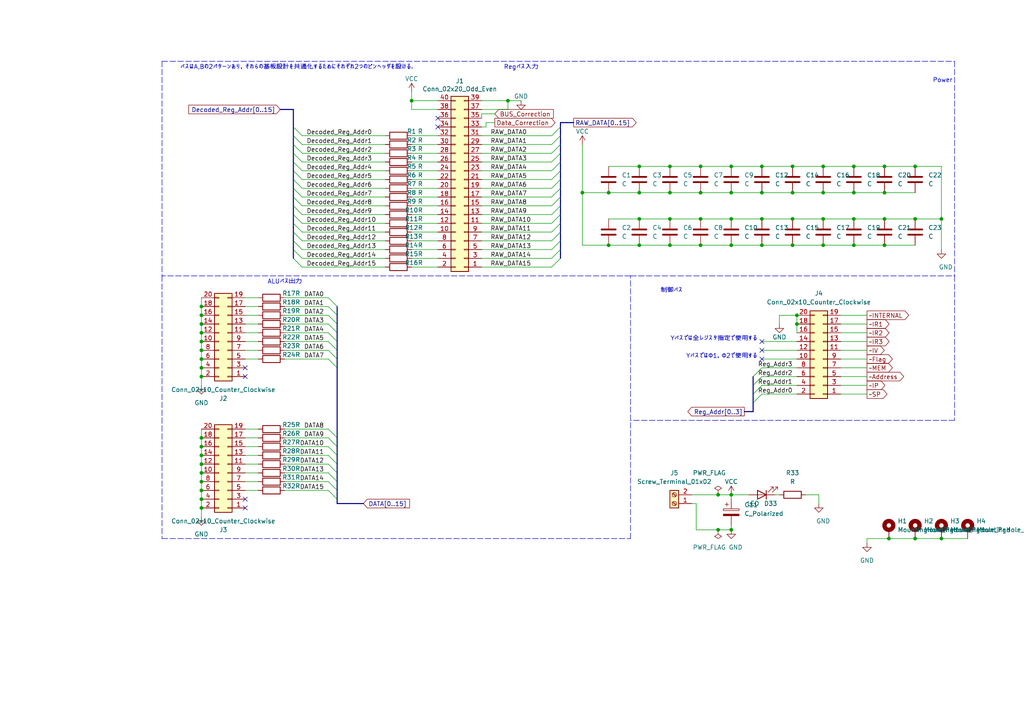
<source format=kicad_sch>
(kicad_sch (version 20211123) (generator eeschema)
  (paper "A4")
  (lib_symbols
    (symbol "Connector:Screw_Terminal_01x02" (pin_names (offset 1.016) hide)
      (property "Reference" "J" (at 0 2.54 0))
      (property "Value" "Screw_Terminal_01x02" (at 0 -5.08 0))
      (symbol "Screw_Terminal_01x02_1_1"
        (pin passive line (at -5.08 0 0) (length 3.81) (name "Pin_1") (number "1"))
        (pin passive line (at -5.08 -2.54 0) (length 3.81) (name "Pin_2") (number "2"))
      )
    )
    (symbol "Connector_Generic:Conn_02x10_Odd_Even" (pin_names (offset 1.016) hide)
      (property "Reference" "J" (at 1.27 12.7 0))
      (property "Value" "Conn_02x10_Odd_Even" (at 1.27 -15.24 0))
      (symbol "Conn_02x10_Odd_Even_1_1"
        (pin passive line (at -5.08 10.16 0) (length 3.81) (name "Pin_1") (number "1"))
        (pin passive line (at 7.62 0 180) (length 3.81) (name "Pin_10") (number "10"))
        (pin passive line (at -5.08 -2.54 0) (length 3.81) (name "Pin_11") (number "11"))
        (pin passive line (at 7.62 -2.54 180) (length 3.81) (name "Pin_12") (number "12"))
        (pin passive line (at -5.08 -5.08 0) (length 3.81) (name "Pin_13") (number "13"))
        (pin passive line (at 7.62 -5.08 180) (length 3.81) (name "Pin_14") (number "14"))
        (pin passive line (at -5.08 -7.62 0) (length 3.81) (name "Pin_15") (number "15"))
        (pin passive line (at 7.62 -7.62 180) (length 3.81) (name "Pin_16") (number "16"))
        (pin passive line (at -5.08 -10.16 0) (length 3.81) (name "Pin_17") (number "17"))
        (pin passive line (at 7.62 -10.16 180) (length 3.81) (name "Pin_18") (number "18"))
        (pin passive line (at -5.08 -12.7 0) (length 3.81) (name "Pin_19") (number "19"))
        (pin passive line (at 7.62 10.16 180) (length 3.81) (name "Pin_2") (number "2"))
        (pin passive line (at 7.62 -12.7 180) (length 3.81) (name "Pin_20") (number "20"))
        (pin passive line (at -5.08 7.62 0) (length 3.81) (name "Pin_3") (number "3"))
        (pin passive line (at 7.62 7.62 180) (length 3.81) (name "Pin_4") (number "4"))
        (pin passive line (at -5.08 5.08 0) (length 3.81) (name "Pin_5") (number "5"))
        (pin passive line (at 7.62 5.08 180) (length 3.81) (name "Pin_6") (number "6"))
        (pin passive line (at -5.08 2.54 0) (length 3.81) (name "Pin_7") (number "7"))
        (pin passive line (at 7.62 2.54 180) (length 3.81) (name "Pin_8") (number "8"))
        (pin passive line (at -5.08 0 0) (length 3.81) (name "Pin_9") (number "9"))
      )
    )
    (symbol "Connector_Generic:Conn_02x20_Odd_Even" (pin_names (offset 1.016) hide)
      (property "Reference" "J" (at 1.27 25.4 0))
      (property "Value" "Conn_02x20_Odd_Even" (at 1.27 -27.94 0))
      (symbol "Conn_02x20_Odd_Even_1_1"
        (pin passive line (at -5.08 22.86 0) (length 3.81) (name "Pin_1") (number "1"))
        (pin passive line (at 7.62 12.7 180) (length 3.81) (name "Pin_10") (number "10"))
        (pin passive line (at -5.08 10.16 0) (length 3.81) (name "Pin_11") (number "11"))
        (pin passive line (at 7.62 10.16 180) (length 3.81) (name "Pin_12") (number "12"))
        (pin passive line (at -5.08 7.62 0) (length 3.81) (name "Pin_13") (number "13"))
        (pin passive line (at 7.62 7.62 180) (length 3.81) (name "Pin_14") (number "14"))
        (pin passive line (at -5.08 5.08 0) (length 3.81) (name "Pin_15") (number "15"))
        (pin passive line (at 7.62 5.08 180) (length 3.81) (name "Pin_16") (number "16"))
        (pin passive line (at -5.08 2.54 0) (length 3.81) (name "Pin_17") (number "17"))
        (pin passive line (at 7.62 2.54 180) (length 3.81) (name "Pin_18") (number "18"))
        (pin passive line (at -5.08 0 0) (length 3.81) (name "Pin_19") (number "19"))
        (pin passive line (at 7.62 22.86 180) (length 3.81) (name "Pin_2") (number "2"))
        (pin passive line (at 7.62 0 180) (length 3.81) (name "Pin_20") (number "20"))
        (pin passive line (at -5.08 -2.54 0) (length 3.81) (name "Pin_21") (number "21"))
        (pin passive line (at 7.62 -2.54 180) (length 3.81) (name "Pin_22") (number "22"))
        (pin passive line (at -5.08 -5.08 0) (length 3.81) (name "Pin_23") (number "23"))
        (pin passive line (at 7.62 -5.08 180) (length 3.81) (name "Pin_24") (number "24"))
        (pin passive line (at -5.08 -7.62 0) (length 3.81) (name "Pin_25") (number "25"))
        (pin passive line (at 7.62 -7.62 180) (length 3.81) (name "Pin_26") (number "26"))
        (pin passive line (at -5.08 -10.16 0) (length 3.81) (name "Pin_27") (number "27"))
        (pin passive line (at 7.62 -10.16 180) (length 3.81) (name "Pin_28") (number "28"))
        (pin passive line (at -5.08 -12.7 0) (length 3.81) (name "Pin_29") (number "29"))
        (pin passive line (at -5.08 20.32 0) (length 3.81) (name "Pin_3") (number "3"))
        (pin passive line (at 7.62 -12.7 180) (length 3.81) (name "Pin_30") (number "30"))
        (pin passive line (at -5.08 -15.24 0) (length 3.81) (name "Pin_31") (number "31"))
        (pin passive line (at 7.62 -15.24 180) (length 3.81) (name "Pin_32") (number "32"))
        (pin passive line (at -5.08 -17.78 0) (length 3.81) (name "Pin_33") (number "33"))
        (pin passive line (at 7.62 -17.78 180) (length 3.81) (name "Pin_34") (number "34"))
        (pin passive line (at -5.08 -20.32 0) (length 3.81) (name "Pin_35") (number "35"))
        (pin passive line (at 7.62 -20.32 180) (length 3.81) (name "Pin_36") (number "36"))
        (pin passive line (at -5.08 -22.86 0) (length 3.81) (name "Pin_37") (number "37"))
        (pin passive line (at 7.62 -22.86 180) (length 3.81) (name "Pin_38") (number "38"))
        (pin passive line (at -5.08 -25.4 0) (length 3.81) (name "Pin_39") (number "39"))
        (pin passive line (at 7.62 20.32 180) (length 3.81) (name "Pin_4") (number "4"))
        (pin passive line (at 7.62 -25.4 180) (length 3.81) (name "Pin_40") (number "40"))
        (pin passive line (at -5.08 17.78 0) (length 3.81) (name "Pin_5") (number "5"))
        (pin passive line (at 7.62 17.78 180) (length 3.81) (name "Pin_6") (number "6"))
        (pin passive line (at -5.08 15.24 0) (length 3.81) (name "Pin_7") (number "7"))
        (pin passive line (at 7.62 15.24 180) (length 3.81) (name "Pin_8") (number "8"))
        (pin passive line (at -5.08 12.7 0) (length 3.81) (name "Pin_9") (number "9"))
      )
    )
    (symbol "Device:C" (pin_numbers hide) (pin_names (offset 0.254))
      (property "Reference" "C" (at 0.635 2.54 0))
      (property "Value" "C" (at 0.635 -2.54 0))
      (symbol "C_1_1"
        (pin passive line (at 0 3.81 270) (length 2.794) (name "~") (number "1"))
        (pin passive line (at 0 -3.81 90) (length 2.794) (name "~") (number "2"))
      )
    )
    (symbol "Device:C_Polarized" (pin_numbers hide) (pin_names (offset 0.254))
      (property "Reference" "C" (at 0.635 2.54 0))
      (property "Value" "C_Polarized" (at 0.635 -2.54 0))
      (symbol "C_Polarized_1_1"
        (pin passive line (at 0 3.81 270) (length 2.794) (name "~") (number "1"))
        (pin passive line (at 0 -3.81 90) (length 2.794) (name "~") (number "2"))
      )
    )
    (symbol "Device:LED" (pin_numbers hide) (pin_names (offset 1.016) hide)
      (property "Reference" "D" (at 0 2.54 0))
      (property "Value" "LED" (at 0 -2.54 0))
      (symbol "LED_1_1"
        (pin passive line (at -3.81 0 0) (length 2.54) (name "K") (number "1"))
        (pin passive line (at 3.81 0 180) (length 2.54) (name "A") (number "2"))
      )
    )
    (symbol "Device:R" (pin_numbers hide) (pin_names (offset 0))
      (property "Reference" "R" (at 2.032 0 90))
      (property "Value" "R" (at 0 0 90))
      (symbol "R_1_1"
        (pin passive line (at 0 3.81 270) (length 1.27) (name "~") (number "1"))
        (pin passive line (at 0 -3.81 90) (length 1.27) (name "~") (number "2"))
      )
    )
    (symbol "Mechanical:MountingHole_Pad" (pin_numbers hide) (pin_names (offset 1.016) hide)
      (property "Reference" "H" (at 0 6.35 0))
      (property "Value" "MountingHole_Pad" (at 0 4.445 0))
      (symbol "MountingHole_Pad_1_1"
        (pin input line (at 0 -2.54 90) (length 2.54) (name "1") (number "1"))
      )
    )
    (symbol "power:GND" (power) (pin_names (offset 0))
      (property "Value" "GND" (at 0 -3.81 0))
      (symbol "GND_1_1"
        (pin power_in line (at 0 0 270) (length 0) hide (name "GND") (number "1"))
      )
    )
    (symbol "power:PWR_FLAG" (power) (pin_numbers hide) (pin_names (offset 0) hide)
      (property "Value" "PWR_FLAG" (at 0 3.81 0))
      (symbol "PWR_FLAG_0_0"
        (pin power_out line (at 0 0 90) (length 0) (name "pwr") (number "1"))
      )
    )
    (symbol "power:VCC" (power) (pin_names (offset 0))
      (property "Value" "VCC" (at 0 3.81 0))
      (symbol "VCC_1_1"
        (pin power_in line (at 0 0 90) (length 0) hide (name "VCC") (number "1"))
      )
    )
  )
  (junction (at 58.42 106.68))
  (junction (at 229.87 55.88))
  (junction (at 247.65 63.5))
  (junction (at 208.28 153.67))
  (junction (at 257.81 156.21))
  (junction (at 208.28 143.51))
  (junction (at 265.43 63.5))
  (junction (at 229.87 63.5))
  (junction (at 203.2 63.5))
  (junction (at 247.65 48.26))
  (junction (at 58.42 99.06))
  (junction (at 58.42 101.6))
  (junction (at 220.98 63.5))
  (junction (at 58.42 144.78))
  (junction (at 194.31 48.26))
  (junction (at 58.42 139.7))
  (junction (at 238.76 48.26))
  (junction (at 58.42 127))
  (junction (at 220.98 48.26))
  (junction (at 194.31 63.5))
  (junction (at 238.76 55.88))
  (junction (at 273.05 63.5))
  (junction (at 231.14 93.98))
  (junction (at 185.42 71.12))
  (junction (at 119.38 29.21))
  (junction (at 185.42 63.5))
  (junction (at 256.54 71.12))
  (junction (at 58.42 88.9))
  (junction (at 58.42 91.44))
  (junction (at 212.09 71.12))
  (junction (at 58.42 147.32))
  (junction (at 58.42 132.08))
  (junction (at 265.43 48.26))
  (junction (at 212.09 143.51))
  (junction (at 273.05 156.21))
  (junction (at 212.09 63.5))
  (junction (at 203.2 71.12))
  (junction (at 238.76 63.5))
  (junction (at 212.09 55.88))
  (junction (at 185.42 48.26))
  (junction (at 212.09 48.26))
  (junction (at 185.42 55.88))
  (junction (at 220.98 71.12))
  (junction (at 58.42 109.22))
  (junction (at 203.2 48.26))
  (junction (at 176.53 71.12))
  (junction (at 229.87 48.26))
  (junction (at 168.91 55.88))
  (junction (at 256.54 63.5))
  (junction (at 212.09 153.67))
  (junction (at 147.32 29.21))
  (junction (at 58.42 104.14))
  (junction (at 58.42 134.62))
  (junction (at 194.31 55.88))
  (junction (at 229.87 71.12))
  (junction (at 203.2 55.88))
  (junction (at 58.42 129.54))
  (junction (at 58.42 142.24))
  (junction (at 220.98 55.88))
  (junction (at 176.53 55.88))
  (junction (at 231.14 91.44))
  (junction (at 58.42 93.98))
  (junction (at 256.54 55.88))
  (junction (at 238.76 71.12))
  (junction (at 256.54 48.26))
  (junction (at 194.31 71.12))
  (junction (at 247.65 71.12))
  (junction (at 58.42 96.52))
  (junction (at 58.42 137.16))
  (junction (at 265.43 156.21))
  (junction (at 247.65 55.88))
  (no_connect (at 71.12 147.32))
  (no_connect (at 71.12 106.68))
  (no_connect (at 71.12 109.22))
  (no_connect (at 220.98 101.6))
  (no_connect (at 220.98 104.14))
  (no_connect (at 71.12 144.78))
  (no_connect (at 127 36.83))
  (no_connect (at 127 34.29))
  (no_connect (at 220.98 99.06))
  (bus_entry (at 162.56 46.99) (size -2.54 2.54))
  (bus_entry (at 85.09 74.93) (size 2.54 2.54))
  (bus_entry (at 85.09 69.85) (size 2.54 2.54))
  (bus_entry (at 95.25 134.62) (size 2.54 2.54))
  (bus_entry (at 95.25 142.24) (size 2.54 2.54))
  (bus_entry (at 162.56 41.91) (size -2.54 2.54))
  (bus_entry (at 162.56 62.23) (size -2.54 2.54))
  (bus_entry (at 85.09 41.91) (size 2.54 2.54))
  (bus_entry (at 162.56 69.85) (size -2.54 2.54))
  (bus_entry (at 95.25 96.52) (size 2.54 2.54))
  (bus_entry (at 95.25 99.06) (size 2.54 2.54))
  (bus_entry (at 95.25 101.6) (size 2.54 2.54))
  (bus_entry (at 95.25 104.14) (size 2.54 2.54))
  (bus_entry (at 95.25 86.36) (size 2.54 2.54))
  (bus_entry (at 95.25 88.9) (size 2.54 2.54))
  (bus_entry (at 95.25 91.44) (size 2.54 2.54))
  (bus_entry (at 95.25 93.98) (size 2.54 2.54))
  (bus_entry (at 162.56 44.45) (size -2.54 2.54))
  (bus_entry (at 85.09 36.83) (size 2.54 2.54))
  (bus_entry (at 85.09 59.69) (size 2.54 2.54))
  (bus_entry (at 85.09 54.61) (size 2.54 2.54))
  (bus_entry (at 162.56 54.61) (size -2.54 2.54))
  (bus_entry (at 85.09 64.77) (size 2.54 2.54))
  (bus_entry (at 85.09 62.23) (size 2.54 2.54))
  (bus_entry (at 85.09 49.53) (size 2.54 2.54))
  (bus_entry (at 162.56 64.77) (size -2.54 2.54))
  (bus_entry (at 95.25 127) (size 2.54 2.54))
  (bus_entry (at 85.09 46.99) (size 2.54 2.54))
  (bus_entry (at 218.44 116.84) (size 2.54 -2.54))
  (bus_entry (at 218.44 114.3) (size 2.54 -2.54))
  (bus_entry (at 218.44 109.22) (size 2.54 -2.54))
  (bus_entry (at 218.44 111.76) (size 2.54 -2.54))
  (bus_entry (at 85.09 57.15) (size 2.54 2.54))
  (bus_entry (at 95.25 132.08) (size 2.54 2.54))
  (bus_entry (at 95.25 139.7) (size 2.54 2.54))
  (bus_entry (at 162.56 67.31) (size -2.54 2.54))
  (bus_entry (at 162.56 57.15) (size -2.54 2.54))
  (bus_entry (at 95.25 137.16) (size 2.54 2.54))
  (bus_entry (at 85.09 67.31) (size 2.54 2.54))
  (bus_entry (at 85.09 52.07) (size 2.54 2.54))
  (bus_entry (at 85.09 39.37) (size 2.54 2.54))
  (bus_entry (at 95.25 129.54) (size 2.54 2.54))
  (bus_entry (at 162.56 72.39) (size -2.54 2.54))
  (bus_entry (at 85.09 72.39) (size 2.54 2.54))
  (bus_entry (at 85.09 44.45) (size 2.54 2.54))
  (bus_entry (at 95.25 124.46) (size 2.54 2.54))
  (bus_entry (at 162.56 74.93) (size -2.54 2.54))
  (bus_entry (at 162.56 49.53) (size -2.54 2.54))
  (bus_entry (at 162.56 39.37) (size -2.54 2.54))
  (bus_entry (at 162.56 52.07) (size -2.54 2.54))
  (bus_entry (at 162.56 36.83) (size -2.54 2.54))
  (bus_entry (at 162.56 59.69) (size -2.54 2.54))
  (wire (pts (xy 168.91 71.12) (xy 176.53 71.12)))
  (polyline (pts (xy 182.88 80.01) (xy 46.99 80.01)))
  (wire (pts (xy 247.65 63.5) (xy 238.76 63.5)))
  (wire (pts (xy 265.43 48.26) (xy 273.05 48.26)))
  (wire (pts (xy 127 31.75) (xy 119.38 31.75)))
  (wire (pts (xy 58.42 106.68) (xy 58.42 109.22)))
  (bus (pts (xy 162.56 41.91) (xy 162.56 44.45)))
  (wire (pts (xy 194.31 71.12) (xy 203.2 71.12)))
  (wire (pts (xy 256.54 55.88) (xy 247.65 55.88)))
  (bus (pts (xy 166.37 35.56) (xy 162.56 35.56)))
  (bus (pts (xy 97.79 127) (xy 97.79 129.54)))
  (wire (pts (xy 220.98 111.76) (xy 231.14 111.76)))
  (wire (pts (xy 82.55 104.14) (xy 95.25 104.14)))
  (wire (pts (xy 119.38 59.69) (xy 127 59.69)))
  (wire (pts (xy 82.55 142.24) (xy 95.25 142.24)))
  (wire (pts (xy 185.42 48.26) (xy 194.31 48.26)))
  (wire (pts (xy 139.7 33.02) (xy 139.7 34.29)))
  (wire (pts (xy 147.32 29.21) (xy 147.32 31.75)))
  (bus (pts (xy 97.79 104.14) (xy 97.79 106.68)))
  (wire (pts (xy 220.98 63.5) (xy 212.09 63.5)))
  (wire (pts (xy 139.7 69.85) (xy 160.02 69.85)))
  (bus (pts (xy 162.56 72.39) (xy 162.56 74.93)))
  (wire (pts (xy 220.98 106.68) (xy 231.14 106.68)))
  (wire (pts (xy 226.06 91.44) (xy 226.06 93.98)))
  (wire (pts (xy 185.42 63.5) (xy 176.53 63.5)))
  (bus (pts (xy 162.56 69.85) (xy 162.56 72.39)))
  (bus (pts (xy 97.79 101.6) (xy 97.79 104.14)))
  (wire (pts (xy 220.98 109.22) (xy 231.14 109.22)))
  (wire (pts (xy 82.55 99.06) (xy 95.25 99.06)))
  (wire (pts (xy 119.38 64.77) (xy 127 64.77)))
  (wire (pts (xy 243.84 114.3) (xy 251.46 114.3)))
  (bus (pts (xy 162.56 44.45) (xy 162.56 46.99)))
  (wire (pts (xy 111.76 69.85) (xy 87.63 69.85)))
  (wire (pts (xy 111.76 77.47) (xy 87.63 77.47)))
  (wire (pts (xy 265.43 156.21) (xy 257.81 156.21)))
  (wire (pts (xy 139.7 36.83) (xy 140.97 36.83)))
  (bus (pts (xy 162.56 64.77) (xy 162.56 67.31)))
  (wire (pts (xy 247.65 55.88) (xy 238.76 55.88)))
  (wire (pts (xy 273.05 63.5) (xy 265.43 63.5)))
  (wire (pts (xy 168.91 41.91) (xy 168.91 55.88)))
  (bus (pts (xy 97.79 134.62) (xy 97.79 137.16)))
  (wire (pts (xy 58.42 101.6) (xy 58.42 104.14)))
  (wire (pts (xy 139.7 74.93) (xy 160.02 74.93)))
  (wire (pts (xy 119.38 57.15) (xy 127 57.15)))
  (wire (pts (xy 220.98 71.12) (xy 229.87 71.12)))
  (wire (pts (xy 220.98 48.26) (xy 229.87 48.26)))
  (wire (pts (xy 58.42 109.22) (xy 58.42 111.76)))
  (wire (pts (xy 212.09 71.12) (xy 220.98 71.12)))
  (bus (pts (xy 97.79 99.06) (xy 97.79 101.6)))
  (wire (pts (xy 111.76 49.53) (xy 87.63 49.53)))
  (bus (pts (xy 97.79 88.9) (xy 97.79 91.44)))
  (wire (pts (xy 194.31 55.88) (xy 185.42 55.88)))
  (wire (pts (xy 147.32 29.21) (xy 139.7 29.21)))
  (bus (pts (xy 162.56 35.56) (xy 162.56 36.83)))
  (bus (pts (xy 85.09 49.53) (xy 85.09 52.07)))
  (wire (pts (xy 212.09 63.5) (xy 203.2 63.5)))
  (bus (pts (xy 85.09 67.31) (xy 85.09 69.85)))
  (wire (pts (xy 256.54 63.5) (xy 247.65 63.5)))
  (polyline (pts (xy 276.86 17.78) (xy 276.86 80.01)))
  (bus (pts (xy 97.79 91.44) (xy 97.79 93.98)))
  (wire (pts (xy 119.38 46.99) (xy 127 46.99)))
  (wire (pts (xy 201.93 146.05) (xy 201.93 153.67)))
  (wire (pts (xy 74.93 127) (xy 71.12 127)))
  (bus (pts (xy 162.56 49.53) (xy 162.56 52.07)))
  (wire (pts (xy 203.2 63.5) (xy 194.31 63.5)))
  (bus (pts (xy 97.79 142.24) (xy 97.79 144.78)))
  (wire (pts (xy 237.49 143.51) (xy 237.49 146.05)))
  (bus (pts (xy 85.09 72.39) (xy 85.09 74.93)))
  (bus (pts (xy 85.09 31.75) (xy 85.09 36.83)))
  (polyline (pts (xy 46.99 17.78) (xy 46.99 80.01)))
  (wire (pts (xy 111.76 46.99) (xy 87.63 46.99)))
  (polyline (pts (xy 182.88 17.78) (xy 276.86 17.78)))
  (wire (pts (xy 58.42 142.24) (xy 58.42 144.78)))
  (wire (pts (xy 243.84 96.52) (xy 251.46 96.52)))
  (wire (pts (xy 251.46 156.21) (xy 251.46 157.48)))
  (polyline (pts (xy 276.86 80.01) (xy 276.86 121.92)))
  (wire (pts (xy 229.87 48.26) (xy 238.76 48.26)))
  (bus (pts (xy 85.09 44.45) (xy 85.09 46.99)))
  (bus (pts (xy 85.09 59.69) (xy 85.09 62.23)))
  (wire (pts (xy 82.55 91.44) (xy 95.25 91.44)))
  (wire (pts (xy 208.28 153.67) (xy 212.09 153.67)))
  (wire (pts (xy 111.76 72.39) (xy 87.63 72.39)))
  (wire (pts (xy 58.42 127) (xy 58.42 129.54)))
  (wire (pts (xy 58.42 137.16) (xy 58.42 139.7)))
  (bus (pts (xy 162.56 46.99) (xy 162.56 49.53)))
  (wire (pts (xy 139.7 33.02) (xy 143.51 33.02)))
  (wire (pts (xy 224.79 143.51) (xy 226.06 143.51)))
  (wire (pts (xy 74.93 132.08) (xy 71.12 132.08)))
  (wire (pts (xy 256.54 71.12) (xy 265.43 71.12)))
  (wire (pts (xy 74.93 101.6) (xy 71.12 101.6)))
  (wire (pts (xy 139.7 41.91) (xy 160.02 41.91)))
  (wire (pts (xy 238.76 48.26) (xy 247.65 48.26)))
  (wire (pts (xy 74.93 129.54) (xy 71.12 129.54)))
  (bus (pts (xy 97.79 106.68) (xy 97.79 127)))
  (bus (pts (xy 85.09 41.91) (xy 85.09 44.45)))
  (wire (pts (xy 140.97 35.56) (xy 140.97 36.83)))
  (wire (pts (xy 74.93 96.52) (xy 71.12 96.52)))
  (wire (pts (xy 229.87 55.88) (xy 220.98 55.88)))
  (wire (pts (xy 168.91 55.88) (xy 168.91 71.12)))
  (wire (pts (xy 82.55 132.08) (xy 95.25 132.08)))
  (wire (pts (xy 119.38 72.39) (xy 127 72.39)))
  (bus (pts (xy 218.44 109.22) (xy 218.44 111.76)))
  (wire (pts (xy 74.93 124.46) (xy 71.12 124.46)))
  (wire (pts (xy 176.53 71.12) (xy 185.42 71.12)))
  (wire (pts (xy 200.66 146.05) (xy 201.93 146.05)))
  (wire (pts (xy 74.93 88.9) (xy 71.12 88.9)))
  (wire (pts (xy 256.54 48.26) (xy 265.43 48.26)))
  (bus (pts (xy 162.56 67.31) (xy 162.56 69.85)))
  (bus (pts (xy 218.44 111.76) (xy 218.44 114.3)))
  (bus (pts (xy 97.79 146.05) (xy 105.41 146.05)))
  (wire (pts (xy 238.76 55.88) (xy 229.87 55.88)))
  (bus (pts (xy 97.79 139.7) (xy 97.79 142.24)))
  (polyline (pts (xy 46.99 17.78) (xy 182.88 17.78)))
  (wire (pts (xy 139.7 64.77) (xy 160.02 64.77)))
  (wire (pts (xy 139.7 46.99) (xy 160.02 46.99)))
  (wire (pts (xy 119.38 39.37) (xy 127 39.37)))
  (wire (pts (xy 58.42 134.62) (xy 58.42 137.16)))
  (wire (pts (xy 139.7 72.39) (xy 160.02 72.39)))
  (wire (pts (xy 139.7 54.61) (xy 160.02 54.61)))
  (wire (pts (xy 74.93 139.7) (xy 71.12 139.7)))
  (wire (pts (xy 247.65 71.12) (xy 256.54 71.12)))
  (wire (pts (xy 273.05 63.5) (xy 273.05 72.39)))
  (wire (pts (xy 58.42 99.06) (xy 58.42 101.6)))
  (bus (pts (xy 162.56 52.07) (xy 162.56 54.61)))
  (wire (pts (xy 74.93 99.06) (xy 71.12 99.06)))
  (wire (pts (xy 74.93 93.98) (xy 71.12 93.98)))
  (wire (pts (xy 243.84 99.06) (xy 251.46 99.06)))
  (wire (pts (xy 185.42 55.88) (xy 176.53 55.88)))
  (wire (pts (xy 82.55 129.54) (xy 95.25 129.54)))
  (bus (pts (xy 85.09 57.15) (xy 85.09 59.69)))
  (wire (pts (xy 119.38 74.93) (xy 127 74.93)))
  (wire (pts (xy 243.84 111.76) (xy 251.46 111.76)))
  (wire (pts (xy 119.38 49.53) (xy 127 49.53)))
  (wire (pts (xy 139.7 62.23) (xy 160.02 62.23)))
  (wire (pts (xy 139.7 39.37) (xy 160.02 39.37)))
  (wire (pts (xy 82.55 139.7) (xy 95.25 139.7)))
  (wire (pts (xy 111.76 57.15) (xy 87.63 57.15)))
  (wire (pts (xy 119.38 52.07) (xy 127 52.07)))
  (wire (pts (xy 220.98 104.14) (xy 231.14 104.14)))
  (bus (pts (xy 85.09 39.37) (xy 85.09 41.91)))
  (wire (pts (xy 58.42 144.78) (xy 58.42 147.32)))
  (wire (pts (xy 119.38 41.91) (xy 127 41.91)))
  (wire (pts (xy 194.31 48.26) (xy 203.2 48.26)))
  (wire (pts (xy 119.38 29.21) (xy 119.38 31.75)))
  (wire (pts (xy 127 29.21) (xy 119.38 29.21)))
  (bus (pts (xy 85.09 46.99) (xy 85.09 49.53)))
  (wire (pts (xy 111.76 39.37) (xy 87.63 39.37)))
  (wire (pts (xy 233.68 143.51) (xy 237.49 143.51)))
  (wire (pts (xy 119.38 69.85) (xy 127 69.85)))
  (bus (pts (xy 85.09 54.61) (xy 85.09 57.15)))
  (bus (pts (xy 162.56 39.37) (xy 162.56 41.91)))
  (wire (pts (xy 201.93 153.67) (xy 208.28 153.67)))
  (wire (pts (xy 220.98 55.88) (xy 212.09 55.88)))
  (wire (pts (xy 238.76 71.12) (xy 247.65 71.12)))
  (wire (pts (xy 111.76 59.69) (xy 87.63 59.69)))
  (wire (pts (xy 212.09 152.4) (xy 212.09 153.67)))
  (wire (pts (xy 143.51 35.56) (xy 140.97 35.56)))
  (polyline (pts (xy 46.99 156.21) (xy 182.88 156.21)))
  (wire (pts (xy 82.55 96.52) (xy 95.25 96.52)))
  (bus (pts (xy 162.56 62.23) (xy 162.56 64.77)))
  (wire (pts (xy 58.42 147.32) (xy 58.42 149.86)))
  (wire (pts (xy 200.66 143.51) (xy 208.28 143.51)))
  (bus (pts (xy 85.09 62.23) (xy 85.09 64.77)))
  (wire (pts (xy 119.38 26.67) (xy 119.38 29.21)))
  (wire (pts (xy 82.55 137.16) (xy 95.25 137.16)))
  (wire (pts (xy 119.38 62.23) (xy 127 62.23)))
  (wire (pts (xy 58.42 104.14) (xy 58.42 106.68)))
  (wire (pts (xy 203.2 55.88) (xy 194.31 55.88)))
  (wire (pts (xy 243.84 91.44) (xy 251.46 91.44)))
  (wire (pts (xy 58.42 86.36) (xy 58.42 88.9)))
  (wire (pts (xy 58.42 93.98) (xy 58.42 96.52)))
  (wire (pts (xy 74.93 91.44) (xy 71.12 91.44)))
  (wire (pts (xy 74.93 142.24) (xy 71.12 142.24)))
  (wire (pts (xy 111.76 41.91) (xy 87.63 41.91)))
  (wire (pts (xy 111.76 52.07) (xy 87.63 52.07)))
  (wire (pts (xy 82.55 124.46) (xy 95.25 124.46)))
  (wire (pts (xy 58.42 129.54) (xy 58.42 132.08)))
  (wire (pts (xy 111.76 74.93) (xy 87.63 74.93)))
  (wire (pts (xy 151.13 29.21) (xy 147.32 29.21)))
  (wire (pts (xy 139.7 57.15) (xy 160.02 57.15)))
  (wire (pts (xy 74.93 86.36) (xy 71.12 86.36)))
  (wire (pts (xy 220.98 114.3) (xy 231.14 114.3)))
  (wire (pts (xy 212.09 55.88) (xy 203.2 55.88)))
  (wire (pts (xy 82.55 88.9) (xy 95.25 88.9)))
  (wire (pts (xy 58.42 91.44) (xy 58.42 93.98)))
  (wire (pts (xy 74.93 137.16) (xy 71.12 137.16)))
  (wire (pts (xy 139.7 67.31) (xy 160.02 67.31)))
  (wire (pts (xy 147.32 31.75) (xy 139.7 31.75)))
  (bus (pts (xy 85.09 52.07) (xy 85.09 54.61)))
  (wire (pts (xy 203.2 48.26) (xy 212.09 48.26)))
  (wire (pts (xy 229.87 63.5) (xy 220.98 63.5)))
  (wire (pts (xy 119.38 44.45) (xy 127 44.45)))
  (polyline (pts (xy 182.88 156.21) (xy 182.88 80.01)))
  (wire (pts (xy 139.7 44.45) (xy 160.02 44.45)))
  (wire (pts (xy 58.42 132.08) (xy 58.42 134.62)))
  (wire (pts (xy 58.42 139.7) (xy 58.42 142.24)))
  (wire (pts (xy 82.55 134.62) (xy 95.25 134.62)))
  (wire (pts (xy 273.05 48.26) (xy 273.05 63.5)))
  (bus (pts (xy 97.79 129.54) (xy 97.79 132.08)))
  (wire (pts (xy 217.17 143.51) (xy 212.09 143.51)))
  (wire (pts (xy 139.7 52.07) (xy 160.02 52.07)))
  (wire (pts (xy 139.7 77.47) (xy 160.02 77.47)))
  (wire (pts (xy 139.7 49.53) (xy 160.02 49.53)))
  (wire (pts (xy 82.55 93.98) (xy 95.25 93.98)))
  (bus (pts (xy 97.79 144.78) (xy 97.79 146.05)))
  (wire (pts (xy 82.55 101.6) (xy 95.25 101.6)))
  (wire (pts (xy 220.98 101.6) (xy 231.14 101.6)))
  (bus (pts (xy 215.9 119.38) (xy 218.44 119.38)))
  (bus (pts (xy 162.56 57.15) (xy 162.56 59.69)))
  (wire (pts (xy 231.14 91.44) (xy 226.06 91.44)))
  (wire (pts (xy 243.84 106.68) (xy 251.46 106.68)))
  (wire (pts (xy 203.2 71.12) (xy 212.09 71.12)))
  (wire (pts (xy 212.09 48.26) (xy 220.98 48.26)))
  (bus (pts (xy 97.79 137.16) (xy 97.79 139.7)))
  (wire (pts (xy 257.81 156.21) (xy 251.46 156.21)))
  (bus (pts (xy 97.79 96.52) (xy 97.79 99.06)))
  (bus (pts (xy 85.09 36.83) (xy 85.09 39.37)))
  (wire (pts (xy 243.84 101.6) (xy 251.46 101.6)))
  (wire (pts (xy 111.76 62.23) (xy 87.63 62.23)))
  (wire (pts (xy 74.93 104.14) (xy 71.12 104.14)))
  (wire (pts (xy 111.76 44.45) (xy 87.63 44.45)))
  (polyline (pts (xy 182.88 80.01) (xy 276.86 80.01)))
  (wire (pts (xy 273.05 156.21) (xy 265.43 156.21)))
  (wire (pts (xy 139.7 59.69) (xy 160.02 59.69)))
  (bus (pts (xy 97.79 93.98) (xy 97.79 96.52)))
  (wire (pts (xy 238.76 63.5) (xy 229.87 63.5)))
  (wire (pts (xy 256.54 63.5) (xy 265.43 63.5)))
  (bus (pts (xy 162.56 36.83) (xy 162.56 39.37)))
  (wire (pts (xy 111.76 54.61) (xy 87.63 54.61)))
  (wire (pts (xy 58.42 88.9) (xy 58.42 91.44)))
  (wire (pts (xy 74.93 134.62) (xy 71.12 134.62)))
  (bus (pts (xy 81.28 31.75) (xy 85.09 31.75)))
  (wire (pts (xy 265.43 55.88) (xy 256.54 55.88)))
  (wire (pts (xy 243.84 104.14) (xy 251.46 104.14)))
  (bus (pts (xy 218.44 116.84) (xy 218.44 119.38)))
  (wire (pts (xy 231.14 93.98) (xy 231.14 96.52)))
  (wire (pts (xy 176.53 48.26) (xy 185.42 48.26)))
  (wire (pts (xy 58.42 124.46) (xy 58.42 127)))
  (wire (pts (xy 247.65 48.26) (xy 256.54 48.26)))
  (wire (pts (xy 185.42 71.12) (xy 194.31 71.12)))
  (wire (pts (xy 111.76 64.77) (xy 87.63 64.77)))
  (wire (pts (xy 208.28 143.51) (xy 212.09 143.51)))
  (bus (pts (xy 162.56 54.61) (xy 162.56 57.15)))
  (wire (pts (xy 243.84 93.98) (xy 251.46 93.98)))
  (wire (pts (xy 111.76 67.31) (xy 87.63 67.31)))
  (wire (pts (xy 119.38 77.47) (xy 127 77.47)))
  (wire (pts (xy 212.09 143.51) (xy 212.09 144.78)))
  (wire (pts (xy 82.55 86.36) (xy 95.25 86.36)))
  (wire (pts (xy 119.38 54.61) (xy 127 54.61)))
  (wire (pts (xy 229.87 71.12) (xy 238.76 71.12)))
  (wire (pts (xy 119.38 67.31) (xy 127 67.31)))
  (wire (pts (xy 194.31 63.5) (xy 185.42 63.5)))
  (bus (pts (xy 85.09 69.85) (xy 85.09 72.39)))
  (bus (pts (xy 162.56 59.69) (xy 162.56 62.23)))
  (wire (pts (xy 231.14 91.44) (xy 231.14 93.98)))
  (wire (pts (xy 220.98 99.06) (xy 231.14 99.06)))
  (bus (pts (xy 218.44 114.3) (xy 218.44 116.84)))
  (bus (pts (xy 85.09 64.77) (xy 85.09 67.31)))
  (wire (pts (xy 280.67 156.21) (xy 273.05 156.21)))
  (wire (pts (xy 58.42 96.52) (xy 58.42 99.06)))
  (bus (pts (xy 97.79 132.08) (xy 97.79 134.62)))
  (wire (pts (xy 82.55 127) (xy 95.25 127)))
  (polyline (pts (xy 276.86 121.92) (xy 182.88 121.92)))
  (wire (pts (xy 176.53 55.88) (xy 168.91 55.88)))
  (wire (pts (xy 243.84 109.22) (xy 251.46 109.22)))
  (polyline (pts (xy 46.99 80.01) (xy 46.99 156.21)))
  (text "Yバスでは全レジスタ指定で使用する" (at 219.71 99.06 180) (effects (font (size 1.27 1.27)) (justify right bottom)))
  (text "YバスではΦ1，Φ2で使用する" (at 219.71 104.14 180) (effects (font (size 1.27 1.27)) (justify right bottom)))
  (text "Power" (at 270.51 24.13 0) (effects (font (size 1.27 1.27)) (justify left bottom)))
  (text "制御バス" (at 198.12 85.09 180) (effects (font (size 1.27 1.27)) (justify right bottom)))
  (text "Regバス入力" (at 156.21 20.32 180) (effects (font (size 1.27 1.27)) (justify right bottom)))
  (text "ALUバス出力" (at 87.63 82.55 180) (effects (font (size 1.27 1.27)) (justify right bottom)))
  (text "バスはA,Bの2パターンあり，それらの基板設計を共通化するためにそれぞれ2つのピンヘッダを設ける．" (at 120.65 20.32 180) (effects (font (size 1.27 1.27)) (justify right bottom)))
  (label "DATA3" (at 93.98 93.98 180))
  (label "Decoded_Reg_Addr2" (at 88.9 44.45 0))
  (label "RAW_DATA5" (at 142.24 52.07 0))
  (label "Decoded_Reg_Addr10" (at 88.9 64.77 0))
  (label "DATA11" (at 93.98 132.08 180))
  (label "Decoded_Reg_Addr6" (at 88.9 54.61 0))
  (label "Decoded_Reg_Addr11" (at 88.9 67.31 0))
  (label "RAW_DATA6" (at 142.24 54.61 0))
  (label "RAW_DATA11" (at 142.24 67.31 0))
  (label "RAW_DATA10" (at 142.24 64.77 0))
  (label "RAW_DATA1" (at 142.24 41.91 0))
  (label "Reg_Addr1" (at 229.87 111.76 180))
  (label "RAW_DATA4" (at 142.24 49.53 0))
  (label "DATA8" (at 93.98 124.46 180))
  (label "RAW_DATA9" (at 142.24 62.23 0))
  (label "DATA6" (at 93.98 101.6 180))
  (label "DATA2" (at 93.98 91.44 180))
  (label "Reg_Addr3" (at 229.87 106.68 180))
  (label "DATA7" (at 93.98 104.14 180))
  (label "DATA4" (at 93.98 96.52 180))
  (label "DATA0" (at 93.98 86.36 180))
  (label "Decoded_Reg_Addr13" (at 88.9 72.39 0))
  (label "DATA5" (at 93.98 99.06 180))
  (label "DATA1" (at 93.98 88.9 180))
  (label "Reg_Addr0" (at 229.87 114.3 180))
  (label "Decoded_Reg_Addr4" (at 88.9 49.53 0))
  (label "Decoded_Reg_Addr3" (at 88.9 46.99 0))
  (label "Decoded_Reg_Addr1" (at 88.9 41.91 0))
  (label "RAW_DATA2" (at 142.24 44.45 0))
  (label "Decoded_Reg_Addr8" (at 88.9 59.69 0))
  (label "RAW_DATA7" (at 142.24 57.15 0))
  (label "DATA10" (at 93.98 129.54 180))
  (label "Reg_Addr2" (at 229.87 109.22 180))
  (label "Decoded_Reg_Addr14" (at 88.9 74.93 0))
  (label "DATA14" (at 93.98 139.7 180))
  (label "RAW_DATA13" (at 142.24 72.39 0))
  (label "RAW_DATA0" (at 142.24 39.37 0))
  (label "RAW_DATA15" (at 142.24 77.47 0))
  (label "RAW_DATA14" (at 142.24 74.93 0))
  (label "Decoded_Reg_Addr12" (at 88.9 69.85 0))
  (label "Decoded_Reg_Addr7" (at 88.9 57.15 0))
  (label "DATA9" (at 93.98 127 180))
  (label "DATA12" (at 93.98 134.62 180))
  (label "Decoded_Reg_Addr9" (at 88.9 62.23 0))
  (label "Decoded_Reg_Addr15" (at 88.9 77.47 0))
  (label "DATA15" (at 93.98 142.24 180))
  (label "RAW_DATA12" (at 142.24 69.85 0))
  (label "Decoded_Reg_Addr5" (at 88.9 52.07 0))
  (label "Decoded_Reg_Addr0" (at 88.9 39.37 0))
  (label "DATA13" (at 93.98 137.16 180))
  (label "RAW_DATA8" (at 142.24 59.69 0))
  (label "RAW_DATA3" (at 142.24 46.99 0))
  (global_label "~IR1" (shape output) (at 251.46 93.98 0) (property "Intersheet References" "${INTERSHEET_REFS}" (effects hide)))
  (global_label "~Address" (shape output) (at 251.46 109.22 0) (property "Intersheet References" "${INTERSHEET_REFS}" (effects hide)))
  (global_label "RAW_DATA[0..15]" (shape output) (at 166.37 35.56 0) (property "Intersheet References" "${INTERSHEET_REFS}" (effects hide)))
  (global_label "~MEM" (shape output) (at 251.46 106.68 0) (property "Intersheet References" "${INTERSHEET_REFS}" (effects hide)))
  (global_label "~Flag" (shape output) (at 251.46 104.14 0) (property "Intersheet References" "${INTERSHEET_REFS}" (effects hide)))
  (global_label "~INTERNAL" (shape output) (at 251.46 91.44 0) (property "Intersheet References" "${INTERSHEET_REFS}" (effects hide)))
  (global_label "BUS_Correction" (shape input) (at 143.51 33.02 0) (property "Intersheet References" "${INTERSHEET_REFS}" (effects hide)))
  (global_label "~IR2" (shape output) (at 251.46 96.52 0) (property "Intersheet References" "${INTERSHEET_REFS}" (effects hide)))
  (global_label "Reg_Addr[0..3]" (shape output) (at 215.9 119.38 180) (property "Intersheet References" "${INTERSHEET_REFS}" (effects hide)))
  (global_label "~SP" (shape output) (at 251.46 114.3 0) (property "Intersheet References" "${INTERSHEET_REFS}" (effects hide)))
  (global_label "DATA[0..15]" (shape input) (at 105.41 146.05 0) (property "Intersheet References" "${INTERSHEET_REFS}" (effects hide)))
  (global_label "Decoded_Reg_Addr[0..15]" (shape input) (at 81.28 31.75 180) (property "Intersheet References" "${INTERSHEET_REFS}" (effects hide)))
  (global_label "~IV" (shape output) (at 251.46 101.6 0) (property "Intersheet References" "${INTERSHEET_REFS}" (effects hide)))
  (global_label "Data_Correction" (shape output) (at 143.51 35.56 0) (property "Intersheet References" "${INTERSHEET_REFS}" (effects hide)))
  (global_label "~IR3" (shape output) (at 251.46 99.06 0) (property "Intersheet References" "${INTERSHEET_REFS}" (effects hide)))
  (global_label "~IP" (shape output) (at 251.46 111.76 0) (property "Intersheet References" "${INTERSHEET_REFS}" (effects hide)))
  (symbol (lib_id "Device:R") (at 115.57 72.39 90) (unit 1)
    (property "Reference" "R14" (at 119.38 71.12 90))
    (property "Value" "R" (at 121.92 71.12 90))
    (property "Footprint" "Resistor_SMD:R_0603_1608Metric_Pad0.98x0.95mm_HandSolder" (effects hide))
  )
  (symbol (lib_id "Device:R") (at 115.57 39.37 90) (unit 1)
    (property "Reference" "R1" (at 119.38 38.1 90))
    (property "Value" "R" (at 121.92 38.1 90))
    (property "Footprint" "Resistor_SMD:R_0603_1608Metric_Pad0.98x0.95mm_HandSolder" (effects hide))
  )
  (symbol (lib_id "Device:C") (at 185.42 52.07 0) (unit 1)
    (property "Reference" "C3" (at 189.23 50.7999 0) (effects (justify left)))
    (property "Value" "C" (at 189.23 53.3399 0) (effects (justify left)))
    (property "Footprint" "Capacitor_THT:C_Disc_D7.5mm_W2.5mm_P5.00mm" (effects hide))
  )
  (symbol (lib_id "Device:C") (at 238.76 52.07 0) (unit 1)
    (property "Reference" "C16" (at 242.57 50.7999 0) (effects (justify left)))
    (property "Value" "C" (at 242.57 53.3399 0) (effects (justify left)))
    (property "Footprint" "Capacitor_THT:C_Disc_D7.5mm_W2.5mm_P5.00mm" (effects hide))
  )
  (symbol (lib_id "Device:R") (at 115.57 64.77 90) (unit 1)
    (property "Reference" "R11" (at 119.38 63.5 90))
    (property "Value" "R" (at 121.92 63.5 90))
    (property "Footprint" "Resistor_SMD:R_0603_1608Metric_Pad0.98x0.95mm_HandSolder" (effects hide))
  )
  (symbol (lib_id "power:GND") (at 58.42 111.76 0) (unit 1)
    (property "Reference" "#PWR02" (effects hide))
    (property "Value" "GND" (at 58.42 116.84 0))
  )
  (symbol (lib_id "Device:C_Polarized") (at 212.09 148.59 0) (unit 1)
    (property "Reference" "C11" (at 215.9 146.4309 0) (effects (justify left)))
    (property "Value" "C_Polarized" (at 215.9 148.9709 0) (effects (justify left)))
    (property "Footprint" "Capacitor_THT:CP_Radial_D5.0mm_P2.50mm" (effects hide))
  )
  (symbol (lib_id "Device:R") (at 78.74 142.24 90) (unit 1)
    (property "Reference" "R32" (at 83.82 140.97 90))
    (property "Value" "R" (at 86.36 140.97 90))
    (property "Footprint" "Resistor_SMD:R_0603_1608Metric_Pad0.98x0.95mm_HandSolder" (effects hide))
  )
  (symbol (lib_id "Device:R") (at 229.87 143.51 90) (unit 1)
    (property "Reference" "R33" (at 229.87 137.16 90))
    (property "Value" "R" (at 229.87 139.7 90))
    (property "Footprint" "Resistor_SMD:R_0603_1608Metric_Pad0.98x0.95mm_HandSolder" (effects hide))
  )
  (symbol (lib_id "power:VCC") (at 119.38 26.67 0) (mirror y) (unit 1)
    (property "Reference" "#PWR01" (effects hide))
    (property "Value" "VCC" (at 119.38 22.86 0))
  )
  (symbol (lib_id "Device:R") (at 115.57 67.31 90) (unit 1)
    (property "Reference" "R12" (at 119.38 66.04 90))
    (property "Value" "R" (at 121.92 66.04 90))
    (property "Footprint" "Resistor_SMD:R_0603_1608Metric_Pad0.98x0.95mm_HandSolder" (effects hide))
  )
  (symbol (lib_id "Device:C") (at 220.98 52.07 0) (unit 1)
    (property "Reference" "C12" (at 224.79 50.7999 0) (effects (justify left)))
    (property "Value" "C" (at 224.79 53.3399 0) (effects (justify left)))
    (property "Footprint" "Capacitor_THT:C_Disc_D7.5mm_W2.5mm_P5.00mm" (effects hide))
  )
  (symbol (lib_id "Device:R") (at 115.57 44.45 90) (unit 1)
    (property "Reference" "R3" (at 119.38 43.18 90))
    (property "Value" "R" (at 121.92 43.18 90))
    (property "Footprint" "Resistor_SMD:R_0603_1608Metric_Pad0.98x0.95mm_HandSolder" (effects hide))
  )
  (symbol (lib_id "Mechanical:MountingHole_Pad") (at 280.67 153.67 0) (unit 1)
    (property "Reference" "H4" (at 283.21 151.1299 0) (effects (justify left)))
    (property "Value" "MountingHole_Pad" (at 283.21 153.6699 0) (effects (justify left)))
    (property "Footprint" "MountingHole:MountingHole_3mm_Pad" (effects hide))
  )
  (symbol (lib_id "Device:C") (at 256.54 67.31 0) (unit 1)
    (property "Reference" "C21" (at 260.35 66.0399 0) (effects (justify left)))
    (property "Value" "C" (at 260.35 68.5799 0) (effects (justify left)))
    (property "Footprint" "Capacitor_THT:C_Disc_D7.5mm_W2.5mm_P5.00mm" (effects hide))
  )
  (symbol (lib_id "Device:R") (at 115.57 77.47 90) (unit 1)
    (property "Reference" "R16" (at 119.38 76.2 90))
    (property "Value" "R" (at 121.92 76.2 90))
    (property "Footprint" "Resistor_SMD:R_0603_1608Metric_Pad0.98x0.95mm_HandSolder" (effects hide))
  )
  (symbol (lib_id "power:GND") (at 212.09 153.67 0) (unit 1)
    (property "Reference" "#PWR024" (effects hide))
    (property "Value" "GND" (at 213.36 158.75 0))
  )
  (symbol (lib_id "Device:C") (at 247.65 52.07 0) (unit 1)
    (property "Reference" "C18" (at 251.46 50.7999 0) (effects (justify left)))
    (property "Value" "C" (at 251.46 53.3399 0) (effects (justify left)))
    (property "Footprint" "Capacitor_THT:C_Disc_D7.5mm_W2.5mm_P5.00mm" (effects hide))
  )
  (symbol (lib_id "Device:R") (at 78.74 88.9 90) (unit 1)
    (property "Reference" "R18" (at 83.82 87.63 90))
    (property "Value" "R" (at 86.36 87.63 90))
    (property "Footprint" "Resistor_SMD:R_0603_1608Metric_Pad0.98x0.95mm_HandSolder" (effects hide))
  )
  (symbol (lib_id "Device:R") (at 78.74 129.54 90) (unit 1)
    (property "Reference" "R27" (at 83.82 128.27 90))
    (property "Value" "R" (at 86.36 128.27 90))
    (property "Footprint" "Resistor_SMD:R_0603_1608Metric_Pad0.98x0.95mm_HandSolder" (effects hide))
  )
  (symbol (lib_id "Device:R") (at 78.74 124.46 90) (unit 1)
    (property "Reference" "R25" (at 83.82 123.19 90))
    (property "Value" "R" (at 86.36 123.19 90))
    (property "Footprint" "Resistor_SMD:R_0603_1608Metric_Pad0.98x0.95mm_HandSolder" (effects hide))
  )
  (symbol (lib_id "Device:C") (at 265.43 67.31 0) (unit 1)
    (property "Reference" "C23" (at 269.24 66.0399 0) (effects (justify left)))
    (property "Value" "C" (at 269.24 68.5799 0) (effects (justify left)))
    (property "Footprint" "Capacitor_THT:C_Disc_D7.5mm_W2.5mm_P5.00mm" (effects hide))
  )
  (symbol (lib_id "Device:R") (at 115.57 74.93 90) (unit 1)
    (property "Reference" "R15" (at 119.38 73.66 90))
    (property "Value" "R" (at 121.92 73.66 90))
    (property "Footprint" "Resistor_SMD:R_0603_1608Metric_Pad0.98x0.95mm_HandSolder" (effects hide))
  )
  (symbol (lib_id "Device:R") (at 78.74 96.52 90) (unit 1)
    (property "Reference" "R21" (at 83.82 95.25 90))
    (property "Value" "R" (at 86.36 95.25 90))
    (property "Footprint" "Resistor_SMD:R_0603_1608Metric_Pad0.98x0.95mm_HandSolder" (effects hide))
  )
  (symbol (lib_id "Mechanical:MountingHole_Pad") (at 273.05 153.67 0) (unit 1)
    (property "Reference" "H3" (at 275.59 151.1299 0) (effects (justify left)))
    (property "Value" "MountingHole_Pad" (at 275.59 153.6699 0) (effects (justify left)))
    (property "Footprint" "MountingHole:MountingHole_3mm_Pad" (effects hide))
  )
  (symbol (lib_id "power:PWR_FLAG") (at 208.28 143.51 0) (unit 1)
    (property "Reference" "#FLG01" (effects hide))
    (property "Value" "PWR_FLAG" (at 205.74 137.16 0))
  )
  (symbol (lib_id "Device:C") (at 238.76 67.31 0) (unit 1)
    (property "Reference" "C17" (at 242.57 66.0399 0) (effects (justify left)))
    (property "Value" "C" (at 242.57 68.5799 0) (effects (justify left)))
    (property "Footprint" "Capacitor_THT:C_Disc_D7.5mm_W2.5mm_P5.00mm" (effects hide))
  )
  (symbol (lib_id "Device:R") (at 78.74 137.16 90) (unit 1)
    (property "Reference" "R30" (at 83.82 135.89 90))
    (property "Value" "R" (at 86.36 135.89 90))
    (property "Footprint" "Resistor_SMD:R_0603_1608Metric_Pad0.98x0.95mm_HandSolder" (effects hide))
  )
  (symbol (lib_id "power:GND") (at 226.06 93.98 0) (unit 1)
    (property "Reference" "#PWR09" (effects hide))
    (property "Value" "GND" (at 226.06 97.79 0))
  )
  (symbol (lib_id "Device:R") (at 115.57 49.53 90) (unit 1)
    (property "Reference" "R5" (at 119.38 48.26 90))
    (property "Value" "R" (at 121.92 48.26 90))
    (property "Footprint" "Resistor_SMD:R_0603_1608Metric_Pad0.98x0.95mm_HandSolder" (effects hide))
  )
  (symbol (lib_id "Connector_Generic:Conn_02x20_Odd_Even") (at 134.62 54.61 180) (unit 1)
    (property "Reference" "J1" (at 133.35 23.495 0))
    (property "Value" "Conn_02x20_Odd_Even" (at 133.35 25.8064 0))
    (property "Footprint" "Connector_PinHeader_2.54mm:PinHeader_2x20_P2.54mm_Horizontal" (effects hide))
  )
  (symbol (lib_id "Connector_Generic:Conn_02x10_Odd_Even") (at 238.76 104.14 180) (unit 1)
    (property "Reference" "J4" (at 237.49 85.09 0))
    (property "Value" "Conn_02x10_Counter_Clockwise" (at 237.49 87.63 0))
    (property "Footprint" "Connector_PinHeader_2.54mm:PinHeader_2x10_P2.54mm_Horizontal" (effects hide))
  )
  (symbol (lib_id "power:VCC") (at 212.09 143.51 0) (mirror y) (unit 1)
    (property "Reference" "#PWR022" (effects hide))
    (property "Value" "VCC" (at 212.09 139.7 0))
  )
  (symbol (lib_id "Device:C") (at 194.31 67.31 0) (unit 1)
    (property "Reference" "C6" (at 198.12 66.0399 0) (effects (justify left)))
    (property "Value" "C" (at 198.12 68.5799 0) (effects (justify left)))
    (property "Footprint" "Capacitor_THT:C_Disc_D7.5mm_W2.5mm_P5.00mm" (effects hide))
  )
  (symbol (lib_id "Device:R") (at 115.57 52.07 90) (unit 1)
    (property "Reference" "R6" (at 119.38 50.8 90))
    (property "Value" "R" (at 121.92 50.8 90))
    (property "Footprint" "Resistor_SMD:R_0603_1608Metric_Pad0.98x0.95mm_HandSolder" (effects hide))
  )
  (symbol (lib_id "Device:C") (at 194.31 52.07 0) (unit 1)
    (property "Reference" "C5" (at 198.12 50.7999 0) (effects (justify left)))
    (property "Value" "C" (at 198.12 53.3399 0) (effects (justify left)))
    (property "Footprint" "Capacitor_THT:C_Disc_D7.5mm_W2.5mm_P5.00mm" (effects hide))
  )
  (symbol (lib_id "Device:C") (at 212.09 52.07 0) (unit 1)
    (property "Reference" "C9" (at 215.9 50.7999 0) (effects (justify left)))
    (property "Value" "C" (at 215.9 53.3399 0) (effects (justify left)))
    (property "Footprint" "Capacitor_THT:C_Disc_D7.5mm_W2.5mm_P5.00mm" (effects hide))
  )
  (symbol (lib_id "Connector_Generic:Conn_02x10_Odd_Even") (at 66.04 137.16 180) (unit 1)
    (property "Reference" "J3" (at 64.77 153.67 0))
    (property "Value" "Conn_02x10_Counter_Clockwise" (at 64.77 151.13 0))
    (property "Footprint" "Connector_PinHeader_2.54mm:PinHeader_2x10_P2.54mm_Horizontal" (effects hide))
  )
  (symbol (lib_id "Device:R") (at 78.74 139.7 90) (unit 1)
    (property "Reference" "R31" (at 83.82 138.43 90))
    (property "Value" "R" (at 86.36 138.43 90))
    (property "Footprint" "Resistor_SMD:R_0603_1608Metric_Pad0.98x0.95mm_HandSolder" (effects hide))
  )
  (symbol (lib_id "Device:LED") (at 220.98 143.51 180) (unit 1)
    (property "Reference" "D33" (at 223.52 146.05 0))
    (property "Value" "LED" (at 218.44 146.05 0))
    (property "Footprint" "LED_THT:LED_D3.0mm" (effects hide))
  )
  (symbol (lib_id "Device:R") (at 115.57 46.99 90) (unit 1)
    (property "Reference" "R4" (at 119.38 45.72 90))
    (property "Value" "R" (at 121.92 45.72 90))
    (property "Footprint" "Resistor_SMD:R_0603_1608Metric_Pad0.98x0.95mm_HandSolder" (effects hide))
  )
  (symbol (lib_id "Device:R") (at 78.74 134.62 90) (unit 1)
    (property "Reference" "R29" (at 83.82 133.35 90))
    (property "Value" "R" (at 86.36 133.35 90))
    (property "Footprint" "Resistor_SMD:R_0603_1608Metric_Pad0.98x0.95mm_HandSolder" (effects hide))
  )
  (symbol (lib_id "Device:C") (at 203.2 67.31 0) (unit 1)
    (property "Reference" "C8" (at 207.01 66.0399 0) (effects (justify left)))
    (property "Value" "C" (at 207.01 68.5799 0) (effects (justify left)))
    (property "Footprint" "Capacitor_THT:C_Disc_D7.5mm_W2.5mm_P5.00mm" (effects hide))
  )
  (symbol (lib_id "Device:C") (at 229.87 67.31 0) (unit 1)
    (property "Reference" "C15" (at 233.68 66.0399 0) (effects (justify left)))
    (property "Value" "C" (at 233.68 68.5799 0) (effects (justify left)))
    (property "Footprint" "Capacitor_THT:C_Disc_D7.5mm_W2.5mm_P5.00mm" (effects hide))
  )
  (symbol (lib_id "Device:C") (at 203.2 52.07 0) (unit 1)
    (property "Reference" "C7" (at 207.01 50.7999 0) (effects (justify left)))
    (property "Value" "C" (at 207.01 53.3399 0) (effects (justify left)))
    (property "Footprint" "Capacitor_THT:C_Disc_D7.5mm_W2.5mm_P5.00mm" (effects hide))
  )
  (symbol (lib_id "Connector:Screw_Terminal_01x02") (at 195.58 146.05 180) (unit 1)
    (property "Reference" "J5" (at 195.58 137.16 0))
    (property "Value" "Screw_Terminal_01x02" (at 195.58 139.7 0))
    (property "Footprint" "TerminalBlock:TerminalBlock_bornier-2_P5.08mm" (effects hide))
  )
  (symbol (lib_id "power:GND") (at 151.13 29.21 0) (mirror y) (unit 1)
    (property "Reference" "#PWR04" (effects hide))
    (property "Value" "GND" (at 151.13 27.94 0))
  )
  (symbol (lib_id "Device:R") (at 78.74 93.98 90) (unit 1)
    (property "Reference" "R20" (at 83.82 92.71 90))
    (property "Value" "R" (at 86.36 92.71 90))
    (property "Footprint" "Resistor_SMD:R_0603_1608Metric_Pad0.98x0.95mm_HandSolder" (effects hide))
  )
  (symbol (lib_id "Device:C") (at 229.87 52.07 0) (unit 1)
    (property "Reference" "C14" (at 233.68 50.7999 0) (effects (justify left)))
    (property "Value" "C" (at 233.68 53.3399 0) (effects (justify left)))
    (property "Footprint" "Capacitor_THT:C_Disc_D7.5mm_W2.5mm_P5.00mm" (effects hide))
  )
  (symbol (lib_id "Device:C") (at 256.54 52.07 0) (unit 1)
    (property "Reference" "C20" (at 260.35 50.7999 0) (effects (justify left)))
    (property "Value" "C" (at 260.35 53.3399 0) (effects (justify left)))
    (property "Footprint" "Capacitor_THT:C_Disc_D7.5mm_W2.5mm_P5.00mm" (effects hide))
  )
  (symbol (lib_id "Device:R") (at 115.57 62.23 90) (unit 1)
    (property "Reference" "R10" (at 119.38 60.96 90))
    (property "Value" "R" (at 121.92 60.96 90))
    (property "Footprint" "Resistor_SMD:R_0603_1608Metric_Pad0.98x0.95mm_HandSolder" (effects hide))
  )
  (symbol (lib_id "Device:R") (at 115.57 41.91 90) (unit 1)
    (property "Reference" "R2" (at 119.38 40.64 90))
    (property "Value" "R" (at 121.92 40.64 90))
    (property "Footprint" "Resistor_SMD:R_0603_1608Metric_Pad0.98x0.95mm_HandSolder" (effects hide))
  )
  (symbol (lib_id "Device:R") (at 78.74 91.44 90) (unit 1)
    (property "Reference" "R19" (at 83.82 90.17 90))
    (property "Value" "R" (at 86.36 90.17 90))
    (property "Footprint" "Resistor_SMD:R_0603_1608Metric_Pad0.98x0.95mm_HandSolder" (effects hide))
  )
  (symbol (lib_id "Device:C") (at 220.98 67.31 0) (unit 1)
    (property "Reference" "C13" (at 224.79 66.0399 0) (effects (justify left)))
    (property "Value" "C" (at 224.79 68.5799 0) (effects (justify left)))
    (property "Footprint" "Capacitor_THT:C_Disc_D7.5mm_W2.5mm_P5.00mm" (effects hide))
  )
  (symbol (lib_id "Device:C") (at 247.65 67.31 0) (unit 1)
    (property "Reference" "C19" (at 251.46 66.0399 0) (effects (justify left)))
    (property "Value" "C" (at 251.46 68.5799 0) (effects (justify left)))
    (property "Footprint" "Capacitor_THT:C_Disc_D7.5mm_W2.5mm_P5.00mm" (effects hide))
  )
  (symbol (lib_id "power:GND") (at 251.46 157.48 0) (unit 1)
    (property "Reference" "#PWR023" (effects hide))
    (property "Value" "GND" (at 251.46 162.56 0))
  )
  (symbol (lib_id "Mechanical:MountingHole_Pad") (at 257.81 153.67 0) (unit 1)
    (property "Reference" "H1" (at 260.35 151.1299 0) (effects (justify left)))
    (property "Value" "MountingHole_Pad" (at 260.35 153.6699 0) (effects (justify left)))
    (property "Footprint" "MountingHole:MountingHole_3mm_Pad" (effects hide))
  )
  (symbol (lib_id "power:GND") (at 273.05 72.39 0) (unit 1)
    (property "Reference" "#PWR026" (effects hide))
    (property "Value" "GND" (at 274.32 77.47 0))
  )
  (symbol (lib_id "Device:C") (at 265.43 52.07 0) (unit 1)
    (property "Reference" "C22" (at 269.24 50.7999 0) (effects (justify left)))
    (property "Value" "C" (at 269.24 53.3399 0) (effects (justify left)))
    (property "Footprint" "Capacitor_THT:C_Disc_D7.5mm_W2.5mm_P5.00mm" (effects hide))
  )
  (symbol (lib_id "power:PWR_FLAG") (at 208.28 153.67 180) (unit 1)
    (property "Reference" "#FLG02" (effects hide))
    (property "Value" "PWR_FLAG" (at 205.74 158.75 0))
  )
  (symbol (lib_id "Connector_Generic:Conn_02x10_Odd_Even") (at 66.04 99.06 180) (unit 1)
    (property "Reference" "J2" (at 64.77 115.57 0))
    (property "Value" "Conn_02x10_Counter_Clockwise" (at 64.77 113.03 0))
    (property "Footprint" "Connector_PinHeader_2.54mm:PinHeader_2x10_P2.54mm_Horizontal" (effects hide))
  )
  (symbol (lib_id "Device:R") (at 115.57 59.69 90) (unit 1)
    (property "Reference" "R9" (at 119.38 58.42 90))
    (property "Value" "R" (at 121.92 58.42 90))
    (property "Footprint" "Resistor_SMD:R_0603_1608Metric_Pad0.98x0.95mm_HandSolder" (effects hide))
  )
  (symbol (lib_id "Device:R") (at 78.74 132.08 90) (unit 1)
    (property "Reference" "R28" (at 83.82 130.81 90))
    (property "Value" "R" (at 86.36 130.81 90))
    (property "Footprint" "Resistor_SMD:R_0603_1608Metric_Pad0.98x0.95mm_HandSolder" (effects hide))
  )
  (symbol (lib_id "Device:R") (at 115.57 69.85 90) (unit 1)
    (property "Reference" "R13" (at 119.38 68.58 90))
    (property "Value" "R" (at 121.92 68.58 90))
    (property "Footprint" "Resistor_SMD:R_0603_1608Metric_Pad0.98x0.95mm_HandSolder" (effects hide))
  )
  (symbol (lib_id "Device:C") (at 212.09 67.31 0) (unit 1)
    (property "Reference" "C10" (at 215.9 66.0399 0) (effects (justify left)))
    (property "Value" "C" (at 215.9 68.5799 0) (effects (justify left)))
    (property "Footprint" "Capacitor_THT:C_Disc_D7.5mm_W2.5mm_P5.00mm" (effects hide))
  )
  (symbol (lib_id "Device:C") (at 176.53 67.31 0) (unit 1)
    (property "Reference" "C2" (at 180.34 66.0399 0) (effects (justify left)))
    (property "Value" "C" (at 180.34 68.5799 0) (effects (justify left)))
    (property "Footprint" "Capacitor_THT:C_Disc_D7.5mm_W2.5mm_P5.00mm" (effects hide))
  )
  (symbol (lib_id "power:VCC") (at 168.91 41.91 0) (mirror y) (unit 1)
    (property "Reference" "#PWR021" (effects hide))
    (property "Value" "VCC" (at 168.91 38.1 0))
  )
  (symbol (lib_id "Device:R") (at 78.74 99.06 90) (unit 1)
    (property "Reference" "R22" (at 83.82 97.79 90))
    (property "Value" "R" (at 86.36 97.79 90))
    (property "Footprint" "Resistor_SMD:R_0603_1608Metric_Pad0.98x0.95mm_HandSolder" (effects hide))
  )
  (symbol (lib_id "Device:R") (at 78.74 104.14 90) (unit 1)
    (property "Reference" "R24" (at 83.82 102.87 90))
    (property "Value" "R" (at 86.36 102.87 90))
    (property "Footprint" "Resistor_SMD:R_0603_1608Metric_Pad0.98x0.95mm_HandSolder" (effects hide))
  )
  (symbol (lib_id "Device:R") (at 78.74 101.6 90) (unit 1)
    (property "Reference" "R23" (at 83.82 100.33 90))
    (property "Value" "R" (at 86.36 100.33 90))
    (property "Footprint" "Resistor_SMD:R_0603_1608Metric_Pad0.98x0.95mm_HandSolder" (effects hide))
  )
  (symbol (lib_id "power:GND") (at 58.42 149.86 0) (unit 1)
    (property "Reference" "#PWR03" (effects hide))
    (property "Value" "GND" (at 58.42 154.94 0))
  )
  (symbol (lib_id "Device:R") (at 115.57 57.15 90) (unit 1)
    (property "Reference" "R8" (at 119.38 55.88 90))
    (property "Value" "R" (at 121.92 55.88 90))
    (property "Footprint" "Resistor_SMD:R_0603_1608Metric_Pad0.98x0.95mm_HandSolder" (effects hide))
  )
  (symbol (lib_id "power:GND") (at 237.49 146.05 0) (unit 1)
    (property "Reference" "#PWR025" (effects hide))
    (property "Value" "GND" (at 238.76 151.13 0))
  )
  (symbol (lib_id "Device:C") (at 185.42 67.31 0) (unit 1)
    (property "Reference" "C4" (at 189.23 66.0399 0) (effects (justify left)))
    (property "Value" "C" (at 189.23 68.5799 0) (effects (justify left)))
    (property "Footprint" "Capacitor_THT:C_Disc_D7.5mm_W2.5mm_P5.00mm" (effects hide))
  )
  (symbol (lib_id "Device:R") (at 115.57 54.61 90) (unit 1)
    (property "Reference" "R7" (at 119.38 53.34 90))
    (property "Value" "R" (at 121.92 53.34 90))
    (property "Footprint" "Resistor_SMD:R_0603_1608Metric_Pad0.98x0.95mm_HandSolder" (effects hide))
  )
  (symbol (lib_id "Mechanical:MountingHole_Pad") (at 265.43 153.67 0) (unit 1)
    (property "Reference" "H2" (at 267.97 151.1299 0) (effects (justify left)))
    (property "Value" "MountingHole_Pad" (at 267.97 153.6699 0) (effects (justify left)))
    (property "Footprint" "MountingHole:MountingHole_3mm_Pad" (effects hide))
  )
  (symbol (lib_id "Device:R") (at 78.74 127 90) (unit 1)
    (property "Reference" "R26" (at 83.82 125.73 90))
    (property "Value" "R" (at 86.36 125.73 90))
    (property "Footprint" "Resistor_SMD:R_0603_1608Metric_Pad0.98x0.95mm_HandSolder" (effects hide))
  )
  (symbol (lib_id "Device:R") (at 78.74 86.36 90) (unit 1)
    (property "Reference" "R17" (at 83.82 85.09 90))
    (property "Value" "R" (at 86.36 85.09 90))
    (property "Footprint" "Resistor_SMD:R_0603_1608Metric_Pad0.98x0.95mm_HandSolder" (effects hide))
  )
  (symbol (lib_id "Device:C") (at 176.53 52.07 0) (unit 1)
    (property "Reference" "C1" (at 180.34 50.7999 0) (effects (justify left)))
    (property "Value" "C" (at 180.34 53.3399 0) (effects (justify left)))
    (property "Footprint" "Capacitor_THT:C_Disc_D7.5mm_W2.5mm_P5.00mm" (effects hide))
  )
)
</source>
